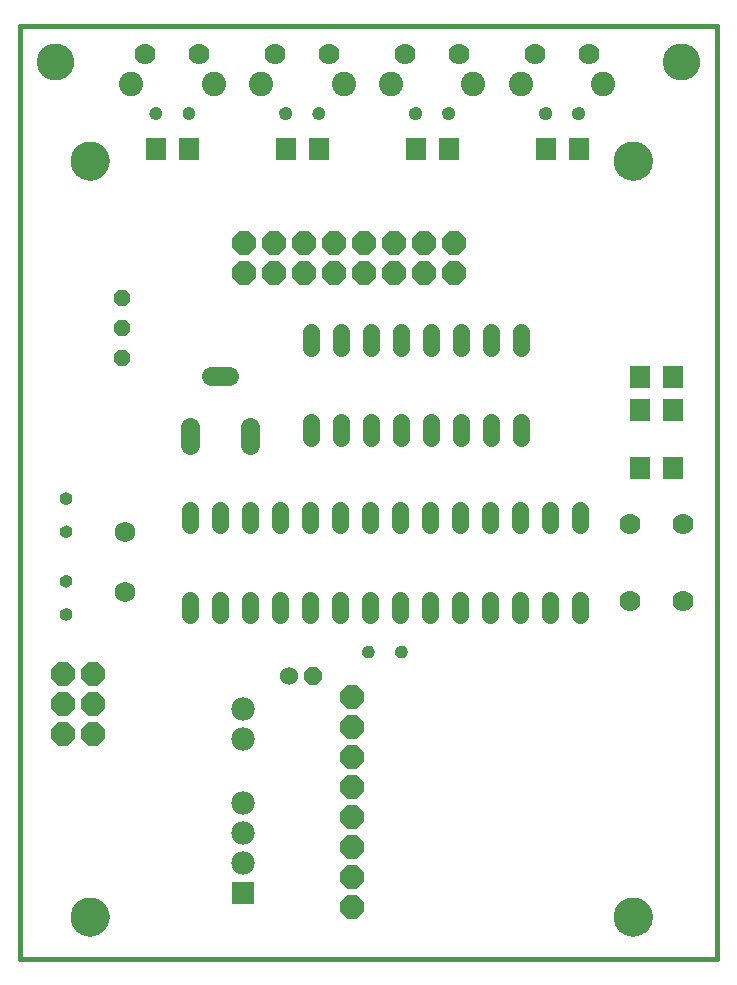
<source format=gts>
G75*
G70*
%OFA0B0*%
%FSLAX24Y24*%
%IPPOS*%
%LPD*%
%AMOC8*
5,1,8,0,0,1.08239X$1,22.5*
%
%ADD10C,0.0160*%
%ADD11C,0.0560*%
%ADD12C,0.0690*%
%ADD13R,0.0670X0.0749*%
%ADD14C,0.0700*%
%ADD15C,0.0808*%
%ADD16OC8,0.0800*%
%ADD17C,0.0050*%
%ADD18C,0.0000*%
%ADD19C,0.1300*%
%ADD20OC8,0.0780*%
%ADD21R,0.0780X0.0780*%
%ADD22C,0.0780*%
%ADD23OC8,0.0560*%
%ADD24OC8,0.0600*%
%ADD25C,0.0600*%
%ADD26C,0.0640*%
%ADD27C,0.1221*%
D10*
X000519Y000180D02*
X023747Y000180D01*
X023747Y031282D01*
X000519Y031282D01*
X000519Y000180D01*
D11*
X006184Y011648D02*
X006184Y012168D01*
X007184Y012168D02*
X007184Y011648D01*
X008184Y011648D02*
X008184Y012168D01*
X009184Y012168D02*
X009184Y011648D01*
X010184Y011648D02*
X010184Y012168D01*
X011184Y012168D02*
X011184Y011648D01*
X012184Y011648D02*
X012184Y012168D01*
X013184Y012168D02*
X013184Y011648D01*
X014184Y011648D02*
X014184Y012168D01*
X015184Y012168D02*
X015184Y011648D01*
X016184Y011648D02*
X016184Y012168D01*
X017184Y012168D02*
X017184Y011648D01*
X018184Y011648D02*
X018184Y012168D01*
X019184Y012168D02*
X019184Y011648D01*
X019184Y014648D02*
X019184Y015168D01*
X018184Y015168D02*
X018184Y014648D01*
X017184Y014648D02*
X017184Y015168D01*
X016184Y015168D02*
X016184Y014648D01*
X015184Y014648D02*
X015184Y015168D01*
X014184Y015168D02*
X014184Y014648D01*
X013184Y014648D02*
X013184Y015168D01*
X012184Y015168D02*
X012184Y014648D01*
X011184Y014648D02*
X011184Y015168D01*
X010184Y015168D02*
X010184Y014648D01*
X009184Y014648D02*
X009184Y015168D01*
X008184Y015168D02*
X008184Y014648D01*
X007184Y014648D02*
X007184Y015168D01*
X006184Y015168D02*
X006184Y014648D01*
X010208Y017554D02*
X010208Y018074D01*
X011208Y018074D02*
X011208Y017554D01*
X012208Y017554D02*
X012208Y018074D01*
X013208Y018074D02*
X013208Y017554D01*
X014208Y017554D02*
X014208Y018074D01*
X015208Y018074D02*
X015208Y017554D01*
X016208Y017554D02*
X016208Y018074D01*
X017208Y018074D02*
X017208Y017554D01*
X017208Y020554D02*
X017208Y021074D01*
X016208Y021074D02*
X016208Y020554D01*
X015208Y020554D02*
X015208Y021074D01*
X014208Y021074D02*
X014208Y020554D01*
X013208Y020554D02*
X013208Y021074D01*
X012208Y021074D02*
X012208Y020554D01*
X011208Y020554D02*
X011208Y021074D01*
X010208Y021074D02*
X010208Y020554D01*
D12*
X004023Y014408D03*
X004023Y012408D03*
D13*
X005046Y027188D03*
X006149Y027188D03*
X009377Y027188D03*
X010480Y027188D03*
X013708Y027188D03*
X014810Y027188D03*
X018039Y027188D03*
X019141Y027188D03*
X021188Y019589D03*
X021188Y018487D03*
X022291Y018487D03*
X022291Y019589D03*
X022291Y016558D03*
X021188Y016558D03*
D14*
X020854Y014688D03*
X022625Y014688D03*
X022625Y012129D03*
X020854Y012129D03*
X019485Y030337D03*
X017694Y030337D03*
X015155Y030337D03*
X013363Y030337D03*
X010824Y030337D03*
X009033Y030337D03*
X006493Y030337D03*
X004702Y030337D03*
D15*
X004220Y029353D03*
X006976Y029353D03*
X008550Y029353D03*
X011306Y029353D03*
X012881Y029353D03*
X015637Y029353D03*
X017212Y029353D03*
X019968Y029353D03*
D16*
X011598Y008928D03*
X011598Y007928D03*
X011598Y006928D03*
X011598Y005928D03*
X011598Y004928D03*
X011598Y003928D03*
X011598Y002928D03*
X011598Y001928D03*
D17*
X012131Y010243D02*
X012170Y010247D01*
X012206Y010260D01*
X012239Y010280D01*
X012267Y010307D01*
X012288Y010340D01*
X012301Y010376D01*
X012305Y010414D01*
X012301Y010454D01*
X012289Y010491D01*
X012268Y010525D01*
X012241Y010554D01*
X012208Y010575D01*
X012171Y010589D01*
X012131Y010594D01*
X012091Y010589D01*
X012054Y010574D01*
X012020Y010552D01*
X011993Y010523D01*
X011972Y010489D01*
X011960Y010450D01*
X011956Y010410D01*
X011961Y010372D01*
X011975Y010336D01*
X011996Y010304D01*
X012024Y010278D01*
X012057Y010258D01*
X012093Y010247D01*
X012131Y010243D01*
X012220Y010268D02*
X012040Y010268D01*
X011988Y010317D02*
X012273Y010317D01*
X012297Y010365D02*
X011964Y010365D01*
X011957Y010414D02*
X012305Y010414D01*
X012299Y010462D02*
X011964Y010462D01*
X011985Y010511D02*
X012277Y010511D01*
X012233Y010559D02*
X012031Y010559D01*
X013062Y010450D02*
X013074Y010489D01*
X013095Y010523D01*
X013122Y010552D01*
X013156Y010574D01*
X013193Y010589D01*
X013233Y010594D01*
X013273Y010589D01*
X013310Y010575D01*
X013343Y010554D01*
X013371Y010525D01*
X013391Y010491D01*
X013403Y010454D01*
X013407Y010414D01*
X013403Y010376D01*
X013390Y010340D01*
X013369Y010307D01*
X013341Y010280D01*
X013308Y010260D01*
X013272Y010247D01*
X013233Y010243D01*
X013195Y010247D01*
X013159Y010258D01*
X013126Y010278D01*
X013098Y010304D01*
X013077Y010336D01*
X013063Y010372D01*
X013058Y010410D01*
X013062Y010450D01*
X013066Y010462D02*
X013401Y010462D01*
X013407Y010414D02*
X013059Y010414D01*
X013066Y010365D02*
X013399Y010365D01*
X013375Y010317D02*
X013090Y010317D01*
X013142Y010268D02*
X013322Y010268D01*
X013379Y010511D02*
X013087Y010511D01*
X013133Y010559D02*
X013335Y010559D01*
X002224Y011636D02*
X002212Y011600D01*
X002193Y011567D01*
X002166Y011539D01*
X002134Y011518D01*
X002098Y011504D01*
X002060Y011499D01*
X002020Y011503D01*
X001982Y011515D01*
X001947Y011536D01*
X001918Y011563D01*
X001896Y011597D01*
X001882Y011634D01*
X001876Y011674D01*
X001881Y011714D01*
X001895Y011751D01*
X001917Y011784D01*
X001945Y011811D01*
X001979Y011832D01*
X002017Y011844D01*
X002056Y011848D01*
X002095Y011844D01*
X002131Y011831D01*
X002164Y011810D01*
X002191Y011782D01*
X002211Y011749D01*
X002223Y011713D01*
X002227Y011674D01*
X002224Y011636D01*
X002221Y011626D02*
X001885Y011626D01*
X001876Y011675D02*
X002227Y011675D01*
X002220Y011723D02*
X001885Y011723D01*
X001909Y011772D02*
X002197Y011772D01*
X002147Y011820D02*
X001960Y011820D01*
X001909Y011578D02*
X002199Y011578D01*
X002151Y011529D02*
X001959Y011529D01*
X002060Y012601D02*
X002020Y012605D01*
X001982Y012617D01*
X001947Y012638D01*
X001918Y012665D01*
X001896Y012699D01*
X001882Y012736D01*
X001876Y012776D01*
X001881Y012816D01*
X001895Y012853D01*
X001917Y012886D01*
X001945Y012913D01*
X001979Y012934D01*
X002017Y012946D01*
X002056Y012950D01*
X002095Y012946D01*
X002131Y012933D01*
X002164Y012912D01*
X002191Y012884D01*
X002211Y012851D01*
X002223Y012815D01*
X002227Y012776D01*
X002224Y012738D01*
X002212Y012702D01*
X002193Y012669D01*
X002166Y012641D01*
X002134Y012620D01*
X002098Y012606D01*
X002060Y012601D01*
X002169Y012645D02*
X001940Y012645D01*
X001900Y012693D02*
X002207Y012693D01*
X002224Y012742D02*
X001881Y012742D01*
X001878Y012790D02*
X002226Y012790D01*
X002215Y012839D02*
X001890Y012839D01*
X001918Y012887D02*
X002188Y012887D01*
X002123Y012936D02*
X001984Y012936D01*
X002060Y014255D02*
X002020Y014259D01*
X001982Y014271D01*
X001947Y014292D01*
X001918Y014319D01*
X001896Y014353D01*
X001882Y014390D01*
X001876Y014430D01*
X001881Y014469D01*
X001895Y014507D01*
X001917Y014540D01*
X001945Y014567D01*
X001979Y014588D01*
X002017Y014600D01*
X002056Y014604D01*
X002095Y014599D01*
X002131Y014586D01*
X002164Y014566D01*
X002191Y014538D01*
X002211Y014505D01*
X002223Y014469D01*
X002227Y014430D01*
X002224Y014392D01*
X002212Y014356D01*
X002193Y014323D01*
X002166Y014295D01*
X002134Y014274D01*
X002098Y014260D01*
X002060Y014255D01*
X002164Y014294D02*
X001945Y014294D01*
X001903Y014342D02*
X002204Y014342D01*
X002224Y014391D02*
X001882Y014391D01*
X001878Y014439D02*
X002226Y014439D01*
X002217Y014488D02*
X001888Y014488D01*
X001914Y014536D02*
X002192Y014536D01*
X002134Y014585D02*
X001974Y014585D01*
X002060Y015357D02*
X002020Y015361D01*
X001982Y015373D01*
X001947Y015394D01*
X001918Y015421D01*
X001896Y015455D01*
X001882Y015492D01*
X001876Y015532D01*
X001881Y015571D01*
X001895Y015609D01*
X001917Y015642D01*
X001945Y015669D01*
X001979Y015690D01*
X002017Y015702D01*
X002056Y015706D01*
X002095Y015701D01*
X002131Y015688D01*
X002164Y015668D01*
X002191Y015640D01*
X002211Y015607D01*
X002223Y015571D01*
X002227Y015532D01*
X002224Y015494D01*
X002212Y015458D01*
X001895Y015458D01*
X001880Y015506D02*
X002225Y015506D01*
X002225Y015555D02*
X001879Y015555D01*
X001893Y015603D02*
X002212Y015603D01*
X002179Y015652D02*
X001927Y015652D01*
X002010Y015700D02*
X002099Y015700D01*
X002212Y015458D02*
X002193Y015425D01*
X002166Y015397D01*
X002134Y015376D01*
X002098Y015362D01*
X002060Y015357D01*
X002085Y015361D02*
X002021Y015361D01*
X001931Y015409D02*
X002178Y015409D01*
X005006Y028199D02*
X004970Y028211D01*
X004937Y028231D01*
X004909Y028257D01*
X004888Y028289D01*
X004875Y028325D01*
X004870Y028363D01*
X004873Y028403D01*
X004885Y028441D01*
X004906Y028476D01*
X004934Y028505D01*
X004967Y028527D01*
X005005Y028541D01*
X005045Y028547D01*
X005084Y028542D01*
X005121Y028528D01*
X005154Y028506D01*
X005182Y028478D01*
X005202Y028444D01*
X005215Y028406D01*
X005219Y028367D01*
X005214Y028329D01*
X005201Y028292D01*
X005180Y028260D01*
X005153Y028233D01*
X005120Y028212D01*
X005083Y028200D01*
X005045Y028196D01*
X005006Y028199D01*
X004967Y028213D02*
X005121Y028213D01*
X005181Y028262D02*
X004907Y028262D01*
X004880Y028310D02*
X005207Y028310D01*
X005218Y028359D02*
X004870Y028359D01*
X004874Y028407D02*
X005215Y028407D01*
X005195Y028456D02*
X004894Y028456D01*
X004933Y028504D02*
X005157Y028504D01*
X005975Y028403D02*
X005987Y028441D01*
X006008Y028476D01*
X006036Y028505D01*
X006069Y028527D01*
X006107Y028541D01*
X006147Y028547D01*
X006186Y028542D01*
X006223Y028528D01*
X006256Y028506D01*
X006284Y028478D01*
X006304Y028444D01*
X006317Y028406D01*
X006321Y028367D01*
X006316Y028329D01*
X006303Y028292D01*
X006282Y028260D01*
X006255Y028233D01*
X006222Y028212D01*
X006185Y028200D01*
X006147Y028196D01*
X006109Y028199D01*
X006072Y028211D01*
X006039Y028231D01*
X006011Y028257D01*
X005990Y028289D01*
X005977Y028325D01*
X005972Y028363D01*
X005975Y028403D01*
X005976Y028407D02*
X006317Y028407D01*
X006320Y028359D02*
X005972Y028359D01*
X005982Y028310D02*
X006309Y028310D01*
X006283Y028262D02*
X006009Y028262D01*
X006069Y028213D02*
X006223Y028213D01*
X006297Y028456D02*
X005996Y028456D01*
X006035Y028504D02*
X006259Y028504D01*
X009200Y028363D02*
X009206Y028325D01*
X009219Y028289D01*
X009240Y028257D01*
X009268Y028231D01*
X009301Y028211D01*
X009337Y028199D01*
X009375Y028196D01*
X009414Y028200D01*
X009450Y028212D01*
X009483Y028233D01*
X009511Y028260D01*
X009532Y028292D01*
X009545Y028329D01*
X009549Y028367D01*
X009546Y028406D01*
X009533Y028444D01*
X009513Y028478D01*
X009485Y028506D01*
X009452Y028528D01*
X009415Y028542D01*
X009375Y028547D01*
X009336Y028541D01*
X009298Y028527D01*
X009264Y028505D01*
X009237Y028476D01*
X009216Y028441D01*
X009204Y028403D01*
X009200Y028363D01*
X009201Y028359D02*
X009548Y028359D01*
X009545Y028407D02*
X009205Y028407D01*
X009225Y028456D02*
X009526Y028456D01*
X009487Y028504D02*
X009264Y028504D01*
X009211Y028310D02*
X009538Y028310D01*
X009512Y028262D02*
X009237Y028262D01*
X009297Y028213D02*
X009452Y028213D01*
X010308Y028325D02*
X010302Y028363D01*
X010306Y028403D01*
X010318Y028441D01*
X010339Y028476D01*
X010366Y028505D01*
X010400Y028527D01*
X010438Y028541D01*
X010477Y028547D01*
X010517Y028542D01*
X010554Y028528D01*
X010587Y028506D01*
X010615Y028478D01*
X010635Y028444D01*
X010648Y028406D01*
X010651Y028367D01*
X010647Y028329D01*
X010634Y028292D01*
X010613Y028260D01*
X010585Y028233D01*
X010552Y028212D01*
X010516Y028200D01*
X010477Y028196D01*
X010439Y028199D01*
X010403Y028211D01*
X010370Y028231D01*
X010342Y028257D01*
X010321Y028289D01*
X010308Y028325D01*
X010313Y028310D02*
X010640Y028310D01*
X010650Y028359D02*
X010303Y028359D01*
X010307Y028407D02*
X010647Y028407D01*
X010628Y028456D02*
X010327Y028456D01*
X010366Y028504D02*
X010589Y028504D01*
X010614Y028262D02*
X010339Y028262D01*
X010399Y028213D02*
X010554Y028213D01*
X013531Y028363D02*
X013536Y028325D01*
X013550Y028289D01*
X013571Y028257D01*
X013599Y028231D01*
X013631Y028211D01*
X013668Y028199D01*
X013706Y028196D01*
X013744Y028200D01*
X013781Y028212D01*
X013814Y028233D01*
X013841Y028260D01*
X013862Y028292D01*
X013875Y028329D01*
X013880Y028367D01*
X013876Y028406D01*
X013864Y028444D01*
X013843Y028478D01*
X013816Y028506D01*
X013783Y028528D01*
X013745Y028542D01*
X013706Y028547D01*
X013666Y028541D01*
X013629Y028527D01*
X013595Y028505D01*
X013567Y028476D01*
X013547Y028441D01*
X013535Y028403D01*
X013531Y028363D01*
X013532Y028359D02*
X013879Y028359D01*
X013876Y028407D02*
X013536Y028407D01*
X013555Y028456D02*
X013857Y028456D01*
X013818Y028504D02*
X013594Y028504D01*
X013542Y028310D02*
X013869Y028310D01*
X013843Y028262D02*
X013568Y028262D01*
X013628Y028213D02*
X013782Y028213D01*
X014638Y028325D02*
X014633Y028363D01*
X014637Y028403D01*
X014649Y028441D01*
X014669Y028476D01*
X014697Y028505D01*
X014731Y028527D01*
X014768Y028541D01*
X014808Y028547D01*
X014847Y028542D01*
X014885Y028528D01*
X014918Y028506D01*
X014945Y028478D01*
X014966Y028444D01*
X014978Y028406D01*
X014982Y028367D01*
X014977Y028329D01*
X014964Y028292D01*
X014943Y028260D01*
X014916Y028233D01*
X014883Y028212D01*
X014846Y028200D01*
X014808Y028196D01*
X014770Y028199D01*
X014733Y028211D01*
X014701Y028231D01*
X014673Y028257D01*
X014652Y028289D01*
X014638Y028325D01*
X014644Y028310D02*
X014971Y028310D01*
X014981Y028359D02*
X014634Y028359D01*
X014638Y028407D02*
X014978Y028407D01*
X014959Y028456D02*
X014657Y028456D01*
X014696Y028504D02*
X014920Y028504D01*
X014945Y028262D02*
X014670Y028262D01*
X014730Y028213D02*
X014884Y028213D01*
X017862Y028363D02*
X017867Y028325D01*
X017880Y028289D01*
X017902Y028257D01*
X017929Y028231D01*
X017962Y028211D01*
X017999Y028199D01*
X018037Y028196D01*
X018075Y028200D01*
X018112Y028212D01*
X018145Y028233D01*
X018172Y028260D01*
X018193Y028292D01*
X018206Y028329D01*
X018211Y028367D01*
X018207Y028406D01*
X018195Y028444D01*
X018174Y028478D01*
X018146Y028506D01*
X018113Y028528D01*
X018076Y028542D01*
X018037Y028547D01*
X017997Y028541D01*
X017959Y028527D01*
X017926Y028505D01*
X017898Y028476D01*
X017878Y028441D01*
X017865Y028403D01*
X017862Y028363D01*
X017862Y028359D02*
X018210Y028359D01*
X018207Y028407D02*
X017867Y028407D01*
X017886Y028456D02*
X018188Y028456D01*
X018149Y028504D02*
X017925Y028504D01*
X017873Y028310D02*
X018199Y028310D01*
X018173Y028262D02*
X017899Y028262D01*
X017959Y028213D02*
X018113Y028213D01*
X018969Y028325D02*
X018964Y028363D01*
X018967Y028403D01*
X018980Y028441D01*
X019000Y028476D01*
X019028Y028505D01*
X019061Y028527D01*
X019099Y028541D01*
X019139Y028547D01*
X019178Y028542D01*
X019215Y028528D01*
X019248Y028506D01*
X019276Y028478D01*
X019297Y028444D01*
X019309Y028406D01*
X019313Y028367D01*
X019308Y028329D01*
X019295Y028292D01*
X019274Y028260D01*
X019247Y028233D01*
X019214Y028212D01*
X019177Y028200D01*
X019139Y028196D01*
X019101Y028199D01*
X019064Y028211D01*
X019031Y028231D01*
X019004Y028257D01*
X018982Y028289D01*
X018969Y028325D01*
X018975Y028310D02*
X019301Y028310D01*
X019312Y028359D02*
X018964Y028359D01*
X018969Y028407D02*
X019309Y028407D01*
X019290Y028456D02*
X018988Y028456D01*
X019027Y028504D02*
X019251Y028504D01*
X019275Y028262D02*
X019001Y028262D01*
X019061Y028213D02*
X019215Y028213D01*
D18*
X020322Y026794D02*
X020324Y026844D01*
X020330Y026894D01*
X020340Y026943D01*
X020354Y026991D01*
X020371Y027038D01*
X020392Y027083D01*
X020417Y027127D01*
X020445Y027168D01*
X020477Y027207D01*
X020511Y027244D01*
X020548Y027278D01*
X020588Y027308D01*
X020630Y027335D01*
X020674Y027359D01*
X020720Y027380D01*
X020767Y027396D01*
X020815Y027409D01*
X020865Y027418D01*
X020914Y027423D01*
X020965Y027424D01*
X021015Y027421D01*
X021064Y027414D01*
X021113Y027403D01*
X021161Y027388D01*
X021207Y027370D01*
X021252Y027348D01*
X021295Y027322D01*
X021336Y027293D01*
X021375Y027261D01*
X021411Y027226D01*
X021443Y027188D01*
X021473Y027148D01*
X021500Y027105D01*
X021523Y027061D01*
X021542Y027015D01*
X021558Y026967D01*
X021570Y026918D01*
X021578Y026869D01*
X021582Y026819D01*
X021582Y026769D01*
X021578Y026719D01*
X021570Y026670D01*
X021558Y026621D01*
X021542Y026573D01*
X021523Y026527D01*
X021500Y026483D01*
X021473Y026440D01*
X021443Y026400D01*
X021411Y026362D01*
X021375Y026327D01*
X021336Y026295D01*
X021295Y026266D01*
X021252Y026240D01*
X021207Y026218D01*
X021161Y026200D01*
X021113Y026185D01*
X021064Y026174D01*
X021015Y026167D01*
X020965Y026164D01*
X020914Y026165D01*
X020865Y026170D01*
X020815Y026179D01*
X020767Y026192D01*
X020720Y026208D01*
X020674Y026229D01*
X020630Y026253D01*
X020588Y026280D01*
X020548Y026310D01*
X020511Y026344D01*
X020477Y026381D01*
X020445Y026420D01*
X020417Y026461D01*
X020392Y026505D01*
X020371Y026550D01*
X020354Y026597D01*
X020340Y026645D01*
X020330Y026694D01*
X020324Y026744D01*
X020322Y026794D01*
X021975Y030101D02*
X021977Y030149D01*
X021983Y030197D01*
X021993Y030244D01*
X022006Y030290D01*
X022024Y030335D01*
X022044Y030379D01*
X022069Y030421D01*
X022097Y030460D01*
X022127Y030497D01*
X022161Y030531D01*
X022198Y030563D01*
X022236Y030592D01*
X022277Y030617D01*
X022320Y030639D01*
X022365Y030657D01*
X022411Y030671D01*
X022458Y030682D01*
X022506Y030689D01*
X022554Y030692D01*
X022602Y030691D01*
X022650Y030686D01*
X022698Y030677D01*
X022744Y030665D01*
X022789Y030648D01*
X022833Y030628D01*
X022875Y030605D01*
X022915Y030578D01*
X022953Y030548D01*
X022988Y030515D01*
X023020Y030479D01*
X023050Y030441D01*
X023076Y030400D01*
X023098Y030357D01*
X023118Y030313D01*
X023133Y030268D01*
X023145Y030221D01*
X023153Y030173D01*
X023157Y030125D01*
X023157Y030077D01*
X023153Y030029D01*
X023145Y029981D01*
X023133Y029934D01*
X023118Y029889D01*
X023098Y029845D01*
X023076Y029802D01*
X023050Y029761D01*
X023020Y029723D01*
X022988Y029687D01*
X022953Y029654D01*
X022915Y029624D01*
X022875Y029597D01*
X022833Y029574D01*
X022789Y029554D01*
X022744Y029537D01*
X022698Y029525D01*
X022650Y029516D01*
X022602Y029511D01*
X022554Y029510D01*
X022506Y029513D01*
X022458Y029520D01*
X022411Y029531D01*
X022365Y029545D01*
X022320Y029563D01*
X022277Y029585D01*
X022236Y029610D01*
X022198Y029639D01*
X022161Y029671D01*
X022127Y029705D01*
X022097Y029742D01*
X022069Y029781D01*
X022044Y029823D01*
X022024Y029867D01*
X022006Y029912D01*
X021993Y029958D01*
X021983Y030005D01*
X021977Y030053D01*
X021975Y030101D01*
X002212Y026794D02*
X002214Y026844D01*
X002220Y026894D01*
X002230Y026943D01*
X002244Y026991D01*
X002261Y027038D01*
X002282Y027083D01*
X002307Y027127D01*
X002335Y027168D01*
X002367Y027207D01*
X002401Y027244D01*
X002438Y027278D01*
X002478Y027308D01*
X002520Y027335D01*
X002564Y027359D01*
X002610Y027380D01*
X002657Y027396D01*
X002705Y027409D01*
X002755Y027418D01*
X002804Y027423D01*
X002855Y027424D01*
X002905Y027421D01*
X002954Y027414D01*
X003003Y027403D01*
X003051Y027388D01*
X003097Y027370D01*
X003142Y027348D01*
X003185Y027322D01*
X003226Y027293D01*
X003265Y027261D01*
X003301Y027226D01*
X003333Y027188D01*
X003363Y027148D01*
X003390Y027105D01*
X003413Y027061D01*
X003432Y027015D01*
X003448Y026967D01*
X003460Y026918D01*
X003468Y026869D01*
X003472Y026819D01*
X003472Y026769D01*
X003468Y026719D01*
X003460Y026670D01*
X003448Y026621D01*
X003432Y026573D01*
X003413Y026527D01*
X003390Y026483D01*
X003363Y026440D01*
X003333Y026400D01*
X003301Y026362D01*
X003265Y026327D01*
X003226Y026295D01*
X003185Y026266D01*
X003142Y026240D01*
X003097Y026218D01*
X003051Y026200D01*
X003003Y026185D01*
X002954Y026174D01*
X002905Y026167D01*
X002855Y026164D01*
X002804Y026165D01*
X002755Y026170D01*
X002705Y026179D01*
X002657Y026192D01*
X002610Y026208D01*
X002564Y026229D01*
X002520Y026253D01*
X002478Y026280D01*
X002438Y026310D01*
X002401Y026344D01*
X002367Y026381D01*
X002335Y026420D01*
X002307Y026461D01*
X002282Y026505D01*
X002261Y026550D01*
X002244Y026597D01*
X002230Y026645D01*
X002220Y026694D01*
X002214Y026744D01*
X002212Y026794D01*
X001109Y030101D02*
X001111Y030149D01*
X001117Y030197D01*
X001127Y030244D01*
X001140Y030290D01*
X001158Y030335D01*
X001178Y030379D01*
X001203Y030421D01*
X001231Y030460D01*
X001261Y030497D01*
X001295Y030531D01*
X001332Y030563D01*
X001370Y030592D01*
X001411Y030617D01*
X001454Y030639D01*
X001499Y030657D01*
X001545Y030671D01*
X001592Y030682D01*
X001640Y030689D01*
X001688Y030692D01*
X001736Y030691D01*
X001784Y030686D01*
X001832Y030677D01*
X001878Y030665D01*
X001923Y030648D01*
X001967Y030628D01*
X002009Y030605D01*
X002049Y030578D01*
X002087Y030548D01*
X002122Y030515D01*
X002154Y030479D01*
X002184Y030441D01*
X002210Y030400D01*
X002232Y030357D01*
X002252Y030313D01*
X002267Y030268D01*
X002279Y030221D01*
X002287Y030173D01*
X002291Y030125D01*
X002291Y030077D01*
X002287Y030029D01*
X002279Y029981D01*
X002267Y029934D01*
X002252Y029889D01*
X002232Y029845D01*
X002210Y029802D01*
X002184Y029761D01*
X002154Y029723D01*
X002122Y029687D01*
X002087Y029654D01*
X002049Y029624D01*
X002009Y029597D01*
X001967Y029574D01*
X001923Y029554D01*
X001878Y029537D01*
X001832Y029525D01*
X001784Y029516D01*
X001736Y029511D01*
X001688Y029510D01*
X001640Y029513D01*
X001592Y029520D01*
X001545Y029531D01*
X001499Y029545D01*
X001454Y029563D01*
X001411Y029585D01*
X001370Y029610D01*
X001332Y029639D01*
X001295Y029671D01*
X001261Y029705D01*
X001231Y029742D01*
X001203Y029781D01*
X001178Y029823D01*
X001158Y029867D01*
X001140Y029912D01*
X001127Y029958D01*
X001117Y030005D01*
X001111Y030053D01*
X001109Y030101D01*
X002212Y001597D02*
X002214Y001647D01*
X002220Y001697D01*
X002230Y001746D01*
X002244Y001794D01*
X002261Y001841D01*
X002282Y001886D01*
X002307Y001930D01*
X002335Y001971D01*
X002367Y002010D01*
X002401Y002047D01*
X002438Y002081D01*
X002478Y002111D01*
X002520Y002138D01*
X002564Y002162D01*
X002610Y002183D01*
X002657Y002199D01*
X002705Y002212D01*
X002755Y002221D01*
X002804Y002226D01*
X002855Y002227D01*
X002905Y002224D01*
X002954Y002217D01*
X003003Y002206D01*
X003051Y002191D01*
X003097Y002173D01*
X003142Y002151D01*
X003185Y002125D01*
X003226Y002096D01*
X003265Y002064D01*
X003301Y002029D01*
X003333Y001991D01*
X003363Y001951D01*
X003390Y001908D01*
X003413Y001864D01*
X003432Y001818D01*
X003448Y001770D01*
X003460Y001721D01*
X003468Y001672D01*
X003472Y001622D01*
X003472Y001572D01*
X003468Y001522D01*
X003460Y001473D01*
X003448Y001424D01*
X003432Y001376D01*
X003413Y001330D01*
X003390Y001286D01*
X003363Y001243D01*
X003333Y001203D01*
X003301Y001165D01*
X003265Y001130D01*
X003226Y001098D01*
X003185Y001069D01*
X003142Y001043D01*
X003097Y001021D01*
X003051Y001003D01*
X003003Y000988D01*
X002954Y000977D01*
X002905Y000970D01*
X002855Y000967D01*
X002804Y000968D01*
X002755Y000973D01*
X002705Y000982D01*
X002657Y000995D01*
X002610Y001011D01*
X002564Y001032D01*
X002520Y001056D01*
X002478Y001083D01*
X002438Y001113D01*
X002401Y001147D01*
X002367Y001184D01*
X002335Y001223D01*
X002307Y001264D01*
X002282Y001308D01*
X002261Y001353D01*
X002244Y001400D01*
X002230Y001448D01*
X002220Y001497D01*
X002214Y001547D01*
X002212Y001597D01*
X020322Y001597D02*
X020324Y001647D01*
X020330Y001697D01*
X020340Y001746D01*
X020354Y001794D01*
X020371Y001841D01*
X020392Y001886D01*
X020417Y001930D01*
X020445Y001971D01*
X020477Y002010D01*
X020511Y002047D01*
X020548Y002081D01*
X020588Y002111D01*
X020630Y002138D01*
X020674Y002162D01*
X020720Y002183D01*
X020767Y002199D01*
X020815Y002212D01*
X020865Y002221D01*
X020914Y002226D01*
X020965Y002227D01*
X021015Y002224D01*
X021064Y002217D01*
X021113Y002206D01*
X021161Y002191D01*
X021207Y002173D01*
X021252Y002151D01*
X021295Y002125D01*
X021336Y002096D01*
X021375Y002064D01*
X021411Y002029D01*
X021443Y001991D01*
X021473Y001951D01*
X021500Y001908D01*
X021523Y001864D01*
X021542Y001818D01*
X021558Y001770D01*
X021570Y001721D01*
X021578Y001672D01*
X021582Y001622D01*
X021582Y001572D01*
X021578Y001522D01*
X021570Y001473D01*
X021558Y001424D01*
X021542Y001376D01*
X021523Y001330D01*
X021500Y001286D01*
X021473Y001243D01*
X021443Y001203D01*
X021411Y001165D01*
X021375Y001130D01*
X021336Y001098D01*
X021295Y001069D01*
X021252Y001043D01*
X021207Y001021D01*
X021161Y001003D01*
X021113Y000988D01*
X021064Y000977D01*
X021015Y000970D01*
X020965Y000967D01*
X020914Y000968D01*
X020865Y000973D01*
X020815Y000982D01*
X020767Y000995D01*
X020720Y001011D01*
X020674Y001032D01*
X020630Y001056D01*
X020588Y001083D01*
X020548Y001113D01*
X020511Y001147D01*
X020477Y001184D01*
X020445Y001223D01*
X020417Y001264D01*
X020392Y001308D01*
X020371Y001353D01*
X020354Y001400D01*
X020340Y001448D01*
X020330Y001497D01*
X020324Y001547D01*
X020322Y001597D01*
D19*
X020952Y001597D03*
X002842Y001597D03*
X002842Y026794D03*
X020952Y026794D03*
D20*
X014999Y024054D03*
X013999Y024054D03*
X012999Y024054D03*
X011999Y024054D03*
X010999Y024054D03*
X009999Y024054D03*
X008999Y024054D03*
X007999Y024054D03*
X007999Y023054D03*
X008999Y023054D03*
X009999Y023054D03*
X010999Y023054D03*
X011999Y023054D03*
X012999Y023054D03*
X013999Y023054D03*
X014999Y023054D03*
X002948Y009684D03*
X002948Y008684D03*
X002948Y007684D03*
X001948Y007684D03*
X001948Y008684D03*
X001948Y009684D03*
D21*
X007960Y002385D03*
D22*
X007960Y003385D03*
X007960Y004385D03*
X007960Y005385D03*
X007960Y007503D03*
X007960Y008503D03*
D23*
X003905Y020204D03*
X003905Y021204D03*
X003905Y022204D03*
D24*
X010289Y009629D03*
D25*
X009489Y009629D03*
D26*
X008172Y017305D02*
X008172Y017905D01*
X007472Y019605D02*
X006872Y019605D01*
X006172Y017905D02*
X006172Y017305D01*
D27*
X001700Y030101D03*
X022566Y030101D03*
M02*

</source>
